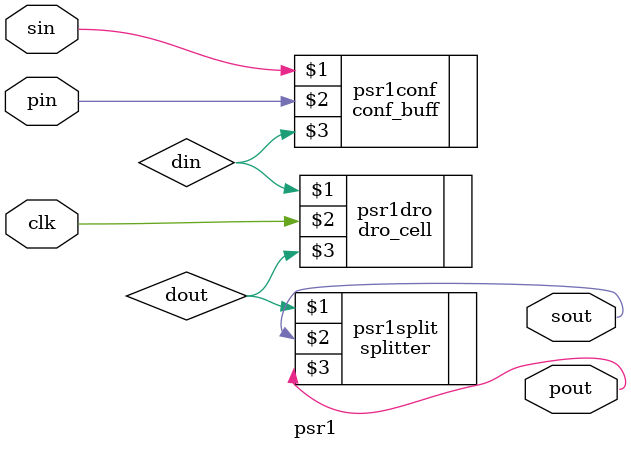
<source format=v>
module psr1 (sin, pin, clk, sout, pout);

input
	sin, pin, clk;

output
	sout, pout;
wire
	sout, pout;

parameter
	t_hold	= -14,
	t_setup	= 23,
	delay	= 20,
	t_separation = 10;

defparam
	psr1conf.t_separation = t_separation,
	psr1conf.delay  = 15,
	psr1split.delay = 10,
	psr1dro.t_hold 	= t_hold + 15,
	psr1dro.t_setup = t_setup - 15,
	psr1dro.delay 	= delay - 10;

wire
	din, dout;

conf_buff psr1conf(sin, pin, din);
dro_cell  psr1dro(din, clk, dout);
splitter  psr1split(dout, sout, pout);

endmodule
	

</source>
